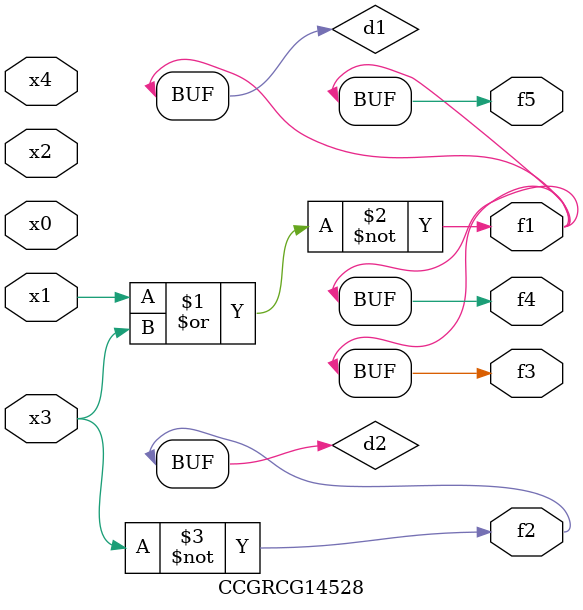
<source format=v>
module CCGRCG14528(
	input x0, x1, x2, x3, x4,
	output f1, f2, f3, f4, f5
);

	wire d1, d2;

	nor (d1, x1, x3);
	not (d2, x3);
	assign f1 = d1;
	assign f2 = d2;
	assign f3 = d1;
	assign f4 = d1;
	assign f5 = d1;
endmodule

</source>
